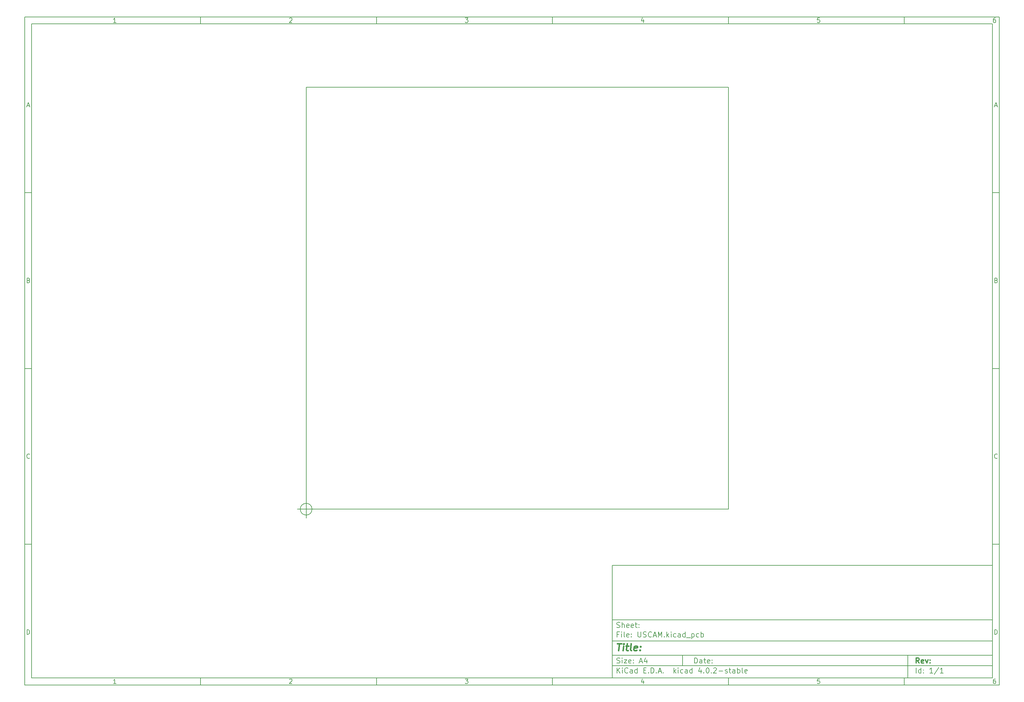
<source format=gm1>
G04 #@! TF.FileFunction,Profile,NP*
%FSLAX46Y46*%
G04 Gerber Fmt 4.6, Leading zero omitted, Abs format (unit mm)*
G04 Created by KiCad (PCBNEW 4.0.2-stable) date 7/30/2016 9:27:16 AM*
%MOMM*%
G01*
G04 APERTURE LIST*
%ADD10C,0.020000*%
%ADD11C,0.150000*%
%ADD12C,0.300000*%
%ADD13C,0.400000*%
G04 APERTURE END LIST*
D10*
D11*
X177002200Y-166007200D02*
X177002200Y-198007200D01*
X285002200Y-198007200D01*
X285002200Y-166007200D01*
X177002200Y-166007200D01*
D10*
D11*
X10000000Y-10000000D02*
X10000000Y-200007200D01*
X287002200Y-200007200D01*
X287002200Y-10000000D01*
X10000000Y-10000000D01*
D10*
D11*
X12000000Y-12000000D02*
X12000000Y-198007200D01*
X285002200Y-198007200D01*
X285002200Y-12000000D01*
X12000000Y-12000000D01*
D10*
D11*
X60000000Y-12000000D02*
X60000000Y-10000000D01*
D10*
D11*
X110000000Y-12000000D02*
X110000000Y-10000000D01*
D10*
D11*
X160000000Y-12000000D02*
X160000000Y-10000000D01*
D10*
D11*
X210000000Y-12000000D02*
X210000000Y-10000000D01*
D10*
D11*
X260000000Y-12000000D02*
X260000000Y-10000000D01*
D10*
D11*
X35990476Y-11588095D02*
X35247619Y-11588095D01*
X35619048Y-11588095D02*
X35619048Y-10288095D01*
X35495238Y-10473810D01*
X35371429Y-10597619D01*
X35247619Y-10659524D01*
D10*
D11*
X85247619Y-10411905D02*
X85309524Y-10350000D01*
X85433333Y-10288095D01*
X85742857Y-10288095D01*
X85866667Y-10350000D01*
X85928571Y-10411905D01*
X85990476Y-10535714D01*
X85990476Y-10659524D01*
X85928571Y-10845238D01*
X85185714Y-11588095D01*
X85990476Y-11588095D01*
D10*
D11*
X135185714Y-10288095D02*
X135990476Y-10288095D01*
X135557143Y-10783333D01*
X135742857Y-10783333D01*
X135866667Y-10845238D01*
X135928571Y-10907143D01*
X135990476Y-11030952D01*
X135990476Y-11340476D01*
X135928571Y-11464286D01*
X135866667Y-11526190D01*
X135742857Y-11588095D01*
X135371429Y-11588095D01*
X135247619Y-11526190D01*
X135185714Y-11464286D01*
D10*
D11*
X185866667Y-10721429D02*
X185866667Y-11588095D01*
X185557143Y-10226190D02*
X185247619Y-11154762D01*
X186052381Y-11154762D01*
D10*
D11*
X235928571Y-10288095D02*
X235309524Y-10288095D01*
X235247619Y-10907143D01*
X235309524Y-10845238D01*
X235433333Y-10783333D01*
X235742857Y-10783333D01*
X235866667Y-10845238D01*
X235928571Y-10907143D01*
X235990476Y-11030952D01*
X235990476Y-11340476D01*
X235928571Y-11464286D01*
X235866667Y-11526190D01*
X235742857Y-11588095D01*
X235433333Y-11588095D01*
X235309524Y-11526190D01*
X235247619Y-11464286D01*
D10*
D11*
X285866667Y-10288095D02*
X285619048Y-10288095D01*
X285495238Y-10350000D01*
X285433333Y-10411905D01*
X285309524Y-10597619D01*
X285247619Y-10845238D01*
X285247619Y-11340476D01*
X285309524Y-11464286D01*
X285371429Y-11526190D01*
X285495238Y-11588095D01*
X285742857Y-11588095D01*
X285866667Y-11526190D01*
X285928571Y-11464286D01*
X285990476Y-11340476D01*
X285990476Y-11030952D01*
X285928571Y-10907143D01*
X285866667Y-10845238D01*
X285742857Y-10783333D01*
X285495238Y-10783333D01*
X285371429Y-10845238D01*
X285309524Y-10907143D01*
X285247619Y-11030952D01*
D10*
D11*
X60000000Y-198007200D02*
X60000000Y-200007200D01*
D10*
D11*
X110000000Y-198007200D02*
X110000000Y-200007200D01*
D10*
D11*
X160000000Y-198007200D02*
X160000000Y-200007200D01*
D10*
D11*
X210000000Y-198007200D02*
X210000000Y-200007200D01*
D10*
D11*
X260000000Y-198007200D02*
X260000000Y-200007200D01*
D10*
D11*
X35990476Y-199595295D02*
X35247619Y-199595295D01*
X35619048Y-199595295D02*
X35619048Y-198295295D01*
X35495238Y-198481010D01*
X35371429Y-198604819D01*
X35247619Y-198666724D01*
D10*
D11*
X85247619Y-198419105D02*
X85309524Y-198357200D01*
X85433333Y-198295295D01*
X85742857Y-198295295D01*
X85866667Y-198357200D01*
X85928571Y-198419105D01*
X85990476Y-198542914D01*
X85990476Y-198666724D01*
X85928571Y-198852438D01*
X85185714Y-199595295D01*
X85990476Y-199595295D01*
D10*
D11*
X135185714Y-198295295D02*
X135990476Y-198295295D01*
X135557143Y-198790533D01*
X135742857Y-198790533D01*
X135866667Y-198852438D01*
X135928571Y-198914343D01*
X135990476Y-199038152D01*
X135990476Y-199347676D01*
X135928571Y-199471486D01*
X135866667Y-199533390D01*
X135742857Y-199595295D01*
X135371429Y-199595295D01*
X135247619Y-199533390D01*
X135185714Y-199471486D01*
D10*
D11*
X185866667Y-198728629D02*
X185866667Y-199595295D01*
X185557143Y-198233390D02*
X185247619Y-199161962D01*
X186052381Y-199161962D01*
D10*
D11*
X235928571Y-198295295D02*
X235309524Y-198295295D01*
X235247619Y-198914343D01*
X235309524Y-198852438D01*
X235433333Y-198790533D01*
X235742857Y-198790533D01*
X235866667Y-198852438D01*
X235928571Y-198914343D01*
X235990476Y-199038152D01*
X235990476Y-199347676D01*
X235928571Y-199471486D01*
X235866667Y-199533390D01*
X235742857Y-199595295D01*
X235433333Y-199595295D01*
X235309524Y-199533390D01*
X235247619Y-199471486D01*
D10*
D11*
X285866667Y-198295295D02*
X285619048Y-198295295D01*
X285495238Y-198357200D01*
X285433333Y-198419105D01*
X285309524Y-198604819D01*
X285247619Y-198852438D01*
X285247619Y-199347676D01*
X285309524Y-199471486D01*
X285371429Y-199533390D01*
X285495238Y-199595295D01*
X285742857Y-199595295D01*
X285866667Y-199533390D01*
X285928571Y-199471486D01*
X285990476Y-199347676D01*
X285990476Y-199038152D01*
X285928571Y-198914343D01*
X285866667Y-198852438D01*
X285742857Y-198790533D01*
X285495238Y-198790533D01*
X285371429Y-198852438D01*
X285309524Y-198914343D01*
X285247619Y-199038152D01*
D10*
D11*
X10000000Y-60000000D02*
X12000000Y-60000000D01*
D10*
D11*
X10000000Y-110000000D02*
X12000000Y-110000000D01*
D10*
D11*
X10000000Y-160000000D02*
X12000000Y-160000000D01*
D10*
D11*
X10690476Y-35216667D02*
X11309524Y-35216667D01*
X10566667Y-35588095D02*
X11000000Y-34288095D01*
X11433333Y-35588095D01*
D10*
D11*
X11092857Y-84907143D02*
X11278571Y-84969048D01*
X11340476Y-85030952D01*
X11402381Y-85154762D01*
X11402381Y-85340476D01*
X11340476Y-85464286D01*
X11278571Y-85526190D01*
X11154762Y-85588095D01*
X10659524Y-85588095D01*
X10659524Y-84288095D01*
X11092857Y-84288095D01*
X11216667Y-84350000D01*
X11278571Y-84411905D01*
X11340476Y-84535714D01*
X11340476Y-84659524D01*
X11278571Y-84783333D01*
X11216667Y-84845238D01*
X11092857Y-84907143D01*
X10659524Y-84907143D01*
D10*
D11*
X11402381Y-135464286D02*
X11340476Y-135526190D01*
X11154762Y-135588095D01*
X11030952Y-135588095D01*
X10845238Y-135526190D01*
X10721429Y-135402381D01*
X10659524Y-135278571D01*
X10597619Y-135030952D01*
X10597619Y-134845238D01*
X10659524Y-134597619D01*
X10721429Y-134473810D01*
X10845238Y-134350000D01*
X11030952Y-134288095D01*
X11154762Y-134288095D01*
X11340476Y-134350000D01*
X11402381Y-134411905D01*
D10*
D11*
X10659524Y-185588095D02*
X10659524Y-184288095D01*
X10969048Y-184288095D01*
X11154762Y-184350000D01*
X11278571Y-184473810D01*
X11340476Y-184597619D01*
X11402381Y-184845238D01*
X11402381Y-185030952D01*
X11340476Y-185278571D01*
X11278571Y-185402381D01*
X11154762Y-185526190D01*
X10969048Y-185588095D01*
X10659524Y-185588095D01*
D10*
D11*
X287002200Y-60000000D02*
X285002200Y-60000000D01*
D10*
D11*
X287002200Y-110000000D02*
X285002200Y-110000000D01*
D10*
D11*
X287002200Y-160000000D02*
X285002200Y-160000000D01*
D10*
D11*
X285692676Y-35216667D02*
X286311724Y-35216667D01*
X285568867Y-35588095D02*
X286002200Y-34288095D01*
X286435533Y-35588095D01*
D10*
D11*
X286095057Y-84907143D02*
X286280771Y-84969048D01*
X286342676Y-85030952D01*
X286404581Y-85154762D01*
X286404581Y-85340476D01*
X286342676Y-85464286D01*
X286280771Y-85526190D01*
X286156962Y-85588095D01*
X285661724Y-85588095D01*
X285661724Y-84288095D01*
X286095057Y-84288095D01*
X286218867Y-84350000D01*
X286280771Y-84411905D01*
X286342676Y-84535714D01*
X286342676Y-84659524D01*
X286280771Y-84783333D01*
X286218867Y-84845238D01*
X286095057Y-84907143D01*
X285661724Y-84907143D01*
D10*
D11*
X286404581Y-135464286D02*
X286342676Y-135526190D01*
X286156962Y-135588095D01*
X286033152Y-135588095D01*
X285847438Y-135526190D01*
X285723629Y-135402381D01*
X285661724Y-135278571D01*
X285599819Y-135030952D01*
X285599819Y-134845238D01*
X285661724Y-134597619D01*
X285723629Y-134473810D01*
X285847438Y-134350000D01*
X286033152Y-134288095D01*
X286156962Y-134288095D01*
X286342676Y-134350000D01*
X286404581Y-134411905D01*
D10*
D11*
X285661724Y-185588095D02*
X285661724Y-184288095D01*
X285971248Y-184288095D01*
X286156962Y-184350000D01*
X286280771Y-184473810D01*
X286342676Y-184597619D01*
X286404581Y-184845238D01*
X286404581Y-185030952D01*
X286342676Y-185278571D01*
X286280771Y-185402381D01*
X286156962Y-185526190D01*
X285971248Y-185588095D01*
X285661724Y-185588095D01*
D10*
D11*
X200359343Y-193785771D02*
X200359343Y-192285771D01*
X200716486Y-192285771D01*
X200930771Y-192357200D01*
X201073629Y-192500057D01*
X201145057Y-192642914D01*
X201216486Y-192928629D01*
X201216486Y-193142914D01*
X201145057Y-193428629D01*
X201073629Y-193571486D01*
X200930771Y-193714343D01*
X200716486Y-193785771D01*
X200359343Y-193785771D01*
X202502200Y-193785771D02*
X202502200Y-193000057D01*
X202430771Y-192857200D01*
X202287914Y-192785771D01*
X202002200Y-192785771D01*
X201859343Y-192857200D01*
X202502200Y-193714343D02*
X202359343Y-193785771D01*
X202002200Y-193785771D01*
X201859343Y-193714343D01*
X201787914Y-193571486D01*
X201787914Y-193428629D01*
X201859343Y-193285771D01*
X202002200Y-193214343D01*
X202359343Y-193214343D01*
X202502200Y-193142914D01*
X203002200Y-192785771D02*
X203573629Y-192785771D01*
X203216486Y-192285771D02*
X203216486Y-193571486D01*
X203287914Y-193714343D01*
X203430772Y-193785771D01*
X203573629Y-193785771D01*
X204645057Y-193714343D02*
X204502200Y-193785771D01*
X204216486Y-193785771D01*
X204073629Y-193714343D01*
X204002200Y-193571486D01*
X204002200Y-193000057D01*
X204073629Y-192857200D01*
X204216486Y-192785771D01*
X204502200Y-192785771D01*
X204645057Y-192857200D01*
X204716486Y-193000057D01*
X204716486Y-193142914D01*
X204002200Y-193285771D01*
X205359343Y-193642914D02*
X205430771Y-193714343D01*
X205359343Y-193785771D01*
X205287914Y-193714343D01*
X205359343Y-193642914D01*
X205359343Y-193785771D01*
X205359343Y-192857200D02*
X205430771Y-192928629D01*
X205359343Y-193000057D01*
X205287914Y-192928629D01*
X205359343Y-192857200D01*
X205359343Y-193000057D01*
D10*
D11*
X177002200Y-194507200D02*
X285002200Y-194507200D01*
D10*
D11*
X178359343Y-196585771D02*
X178359343Y-195085771D01*
X179216486Y-196585771D02*
X178573629Y-195728629D01*
X179216486Y-195085771D02*
X178359343Y-195942914D01*
X179859343Y-196585771D02*
X179859343Y-195585771D01*
X179859343Y-195085771D02*
X179787914Y-195157200D01*
X179859343Y-195228629D01*
X179930771Y-195157200D01*
X179859343Y-195085771D01*
X179859343Y-195228629D01*
X181430772Y-196442914D02*
X181359343Y-196514343D01*
X181145057Y-196585771D01*
X181002200Y-196585771D01*
X180787915Y-196514343D01*
X180645057Y-196371486D01*
X180573629Y-196228629D01*
X180502200Y-195942914D01*
X180502200Y-195728629D01*
X180573629Y-195442914D01*
X180645057Y-195300057D01*
X180787915Y-195157200D01*
X181002200Y-195085771D01*
X181145057Y-195085771D01*
X181359343Y-195157200D01*
X181430772Y-195228629D01*
X182716486Y-196585771D02*
X182716486Y-195800057D01*
X182645057Y-195657200D01*
X182502200Y-195585771D01*
X182216486Y-195585771D01*
X182073629Y-195657200D01*
X182716486Y-196514343D02*
X182573629Y-196585771D01*
X182216486Y-196585771D01*
X182073629Y-196514343D01*
X182002200Y-196371486D01*
X182002200Y-196228629D01*
X182073629Y-196085771D01*
X182216486Y-196014343D01*
X182573629Y-196014343D01*
X182716486Y-195942914D01*
X184073629Y-196585771D02*
X184073629Y-195085771D01*
X184073629Y-196514343D02*
X183930772Y-196585771D01*
X183645058Y-196585771D01*
X183502200Y-196514343D01*
X183430772Y-196442914D01*
X183359343Y-196300057D01*
X183359343Y-195871486D01*
X183430772Y-195728629D01*
X183502200Y-195657200D01*
X183645058Y-195585771D01*
X183930772Y-195585771D01*
X184073629Y-195657200D01*
X185930772Y-195800057D02*
X186430772Y-195800057D01*
X186645058Y-196585771D02*
X185930772Y-196585771D01*
X185930772Y-195085771D01*
X186645058Y-195085771D01*
X187287915Y-196442914D02*
X187359343Y-196514343D01*
X187287915Y-196585771D01*
X187216486Y-196514343D01*
X187287915Y-196442914D01*
X187287915Y-196585771D01*
X188002201Y-196585771D02*
X188002201Y-195085771D01*
X188359344Y-195085771D01*
X188573629Y-195157200D01*
X188716487Y-195300057D01*
X188787915Y-195442914D01*
X188859344Y-195728629D01*
X188859344Y-195942914D01*
X188787915Y-196228629D01*
X188716487Y-196371486D01*
X188573629Y-196514343D01*
X188359344Y-196585771D01*
X188002201Y-196585771D01*
X189502201Y-196442914D02*
X189573629Y-196514343D01*
X189502201Y-196585771D01*
X189430772Y-196514343D01*
X189502201Y-196442914D01*
X189502201Y-196585771D01*
X190145058Y-196157200D02*
X190859344Y-196157200D01*
X190002201Y-196585771D02*
X190502201Y-195085771D01*
X191002201Y-196585771D01*
X191502201Y-196442914D02*
X191573629Y-196514343D01*
X191502201Y-196585771D01*
X191430772Y-196514343D01*
X191502201Y-196442914D01*
X191502201Y-196585771D01*
X194502201Y-196585771D02*
X194502201Y-195085771D01*
X194645058Y-196014343D02*
X195073629Y-196585771D01*
X195073629Y-195585771D02*
X194502201Y-196157200D01*
X195716487Y-196585771D02*
X195716487Y-195585771D01*
X195716487Y-195085771D02*
X195645058Y-195157200D01*
X195716487Y-195228629D01*
X195787915Y-195157200D01*
X195716487Y-195085771D01*
X195716487Y-195228629D01*
X197073630Y-196514343D02*
X196930773Y-196585771D01*
X196645059Y-196585771D01*
X196502201Y-196514343D01*
X196430773Y-196442914D01*
X196359344Y-196300057D01*
X196359344Y-195871486D01*
X196430773Y-195728629D01*
X196502201Y-195657200D01*
X196645059Y-195585771D01*
X196930773Y-195585771D01*
X197073630Y-195657200D01*
X198359344Y-196585771D02*
X198359344Y-195800057D01*
X198287915Y-195657200D01*
X198145058Y-195585771D01*
X197859344Y-195585771D01*
X197716487Y-195657200D01*
X198359344Y-196514343D02*
X198216487Y-196585771D01*
X197859344Y-196585771D01*
X197716487Y-196514343D01*
X197645058Y-196371486D01*
X197645058Y-196228629D01*
X197716487Y-196085771D01*
X197859344Y-196014343D01*
X198216487Y-196014343D01*
X198359344Y-195942914D01*
X199716487Y-196585771D02*
X199716487Y-195085771D01*
X199716487Y-196514343D02*
X199573630Y-196585771D01*
X199287916Y-196585771D01*
X199145058Y-196514343D01*
X199073630Y-196442914D01*
X199002201Y-196300057D01*
X199002201Y-195871486D01*
X199073630Y-195728629D01*
X199145058Y-195657200D01*
X199287916Y-195585771D01*
X199573630Y-195585771D01*
X199716487Y-195657200D01*
X202216487Y-195585771D02*
X202216487Y-196585771D01*
X201859344Y-195014343D02*
X201502201Y-196085771D01*
X202430773Y-196085771D01*
X203002201Y-196442914D02*
X203073629Y-196514343D01*
X203002201Y-196585771D01*
X202930772Y-196514343D01*
X203002201Y-196442914D01*
X203002201Y-196585771D01*
X204002201Y-195085771D02*
X204145058Y-195085771D01*
X204287915Y-195157200D01*
X204359344Y-195228629D01*
X204430773Y-195371486D01*
X204502201Y-195657200D01*
X204502201Y-196014343D01*
X204430773Y-196300057D01*
X204359344Y-196442914D01*
X204287915Y-196514343D01*
X204145058Y-196585771D01*
X204002201Y-196585771D01*
X203859344Y-196514343D01*
X203787915Y-196442914D01*
X203716487Y-196300057D01*
X203645058Y-196014343D01*
X203645058Y-195657200D01*
X203716487Y-195371486D01*
X203787915Y-195228629D01*
X203859344Y-195157200D01*
X204002201Y-195085771D01*
X205145058Y-196442914D02*
X205216486Y-196514343D01*
X205145058Y-196585771D01*
X205073629Y-196514343D01*
X205145058Y-196442914D01*
X205145058Y-196585771D01*
X205787915Y-195228629D02*
X205859344Y-195157200D01*
X206002201Y-195085771D01*
X206359344Y-195085771D01*
X206502201Y-195157200D01*
X206573630Y-195228629D01*
X206645058Y-195371486D01*
X206645058Y-195514343D01*
X206573630Y-195728629D01*
X205716487Y-196585771D01*
X206645058Y-196585771D01*
X207287915Y-196014343D02*
X208430772Y-196014343D01*
X209073629Y-196514343D02*
X209216486Y-196585771D01*
X209502201Y-196585771D01*
X209645058Y-196514343D01*
X209716486Y-196371486D01*
X209716486Y-196300057D01*
X209645058Y-196157200D01*
X209502201Y-196085771D01*
X209287915Y-196085771D01*
X209145058Y-196014343D01*
X209073629Y-195871486D01*
X209073629Y-195800057D01*
X209145058Y-195657200D01*
X209287915Y-195585771D01*
X209502201Y-195585771D01*
X209645058Y-195657200D01*
X210145058Y-195585771D02*
X210716487Y-195585771D01*
X210359344Y-195085771D02*
X210359344Y-196371486D01*
X210430772Y-196514343D01*
X210573630Y-196585771D01*
X210716487Y-196585771D01*
X211859344Y-196585771D02*
X211859344Y-195800057D01*
X211787915Y-195657200D01*
X211645058Y-195585771D01*
X211359344Y-195585771D01*
X211216487Y-195657200D01*
X211859344Y-196514343D02*
X211716487Y-196585771D01*
X211359344Y-196585771D01*
X211216487Y-196514343D01*
X211145058Y-196371486D01*
X211145058Y-196228629D01*
X211216487Y-196085771D01*
X211359344Y-196014343D01*
X211716487Y-196014343D01*
X211859344Y-195942914D01*
X212573630Y-196585771D02*
X212573630Y-195085771D01*
X212573630Y-195657200D02*
X212716487Y-195585771D01*
X213002201Y-195585771D01*
X213145058Y-195657200D01*
X213216487Y-195728629D01*
X213287916Y-195871486D01*
X213287916Y-196300057D01*
X213216487Y-196442914D01*
X213145058Y-196514343D01*
X213002201Y-196585771D01*
X212716487Y-196585771D01*
X212573630Y-196514343D01*
X214145059Y-196585771D02*
X214002201Y-196514343D01*
X213930773Y-196371486D01*
X213930773Y-195085771D01*
X215287915Y-196514343D02*
X215145058Y-196585771D01*
X214859344Y-196585771D01*
X214716487Y-196514343D01*
X214645058Y-196371486D01*
X214645058Y-195800057D01*
X214716487Y-195657200D01*
X214859344Y-195585771D01*
X215145058Y-195585771D01*
X215287915Y-195657200D01*
X215359344Y-195800057D01*
X215359344Y-195942914D01*
X214645058Y-196085771D01*
D10*
D11*
X177002200Y-191507200D02*
X285002200Y-191507200D01*
D10*
D12*
X264216486Y-193785771D02*
X263716486Y-193071486D01*
X263359343Y-193785771D02*
X263359343Y-192285771D01*
X263930771Y-192285771D01*
X264073629Y-192357200D01*
X264145057Y-192428629D01*
X264216486Y-192571486D01*
X264216486Y-192785771D01*
X264145057Y-192928629D01*
X264073629Y-193000057D01*
X263930771Y-193071486D01*
X263359343Y-193071486D01*
X265430771Y-193714343D02*
X265287914Y-193785771D01*
X265002200Y-193785771D01*
X264859343Y-193714343D01*
X264787914Y-193571486D01*
X264787914Y-193000057D01*
X264859343Y-192857200D01*
X265002200Y-192785771D01*
X265287914Y-192785771D01*
X265430771Y-192857200D01*
X265502200Y-193000057D01*
X265502200Y-193142914D01*
X264787914Y-193285771D01*
X266002200Y-192785771D02*
X266359343Y-193785771D01*
X266716485Y-192785771D01*
X267287914Y-193642914D02*
X267359342Y-193714343D01*
X267287914Y-193785771D01*
X267216485Y-193714343D01*
X267287914Y-193642914D01*
X267287914Y-193785771D01*
X267287914Y-192857200D02*
X267359342Y-192928629D01*
X267287914Y-193000057D01*
X267216485Y-192928629D01*
X267287914Y-192857200D01*
X267287914Y-193000057D01*
D10*
D11*
X178287914Y-193714343D02*
X178502200Y-193785771D01*
X178859343Y-193785771D01*
X179002200Y-193714343D01*
X179073629Y-193642914D01*
X179145057Y-193500057D01*
X179145057Y-193357200D01*
X179073629Y-193214343D01*
X179002200Y-193142914D01*
X178859343Y-193071486D01*
X178573629Y-193000057D01*
X178430771Y-192928629D01*
X178359343Y-192857200D01*
X178287914Y-192714343D01*
X178287914Y-192571486D01*
X178359343Y-192428629D01*
X178430771Y-192357200D01*
X178573629Y-192285771D01*
X178930771Y-192285771D01*
X179145057Y-192357200D01*
X179787914Y-193785771D02*
X179787914Y-192785771D01*
X179787914Y-192285771D02*
X179716485Y-192357200D01*
X179787914Y-192428629D01*
X179859342Y-192357200D01*
X179787914Y-192285771D01*
X179787914Y-192428629D01*
X180359343Y-192785771D02*
X181145057Y-192785771D01*
X180359343Y-193785771D01*
X181145057Y-193785771D01*
X182287914Y-193714343D02*
X182145057Y-193785771D01*
X181859343Y-193785771D01*
X181716486Y-193714343D01*
X181645057Y-193571486D01*
X181645057Y-193000057D01*
X181716486Y-192857200D01*
X181859343Y-192785771D01*
X182145057Y-192785771D01*
X182287914Y-192857200D01*
X182359343Y-193000057D01*
X182359343Y-193142914D01*
X181645057Y-193285771D01*
X183002200Y-193642914D02*
X183073628Y-193714343D01*
X183002200Y-193785771D01*
X182930771Y-193714343D01*
X183002200Y-193642914D01*
X183002200Y-193785771D01*
X183002200Y-192857200D02*
X183073628Y-192928629D01*
X183002200Y-193000057D01*
X182930771Y-192928629D01*
X183002200Y-192857200D01*
X183002200Y-193000057D01*
X184787914Y-193357200D02*
X185502200Y-193357200D01*
X184645057Y-193785771D02*
X185145057Y-192285771D01*
X185645057Y-193785771D01*
X186787914Y-192785771D02*
X186787914Y-193785771D01*
X186430771Y-192214343D02*
X186073628Y-193285771D01*
X187002200Y-193285771D01*
D10*
D11*
X263359343Y-196585771D02*
X263359343Y-195085771D01*
X264716486Y-196585771D02*
X264716486Y-195085771D01*
X264716486Y-196514343D02*
X264573629Y-196585771D01*
X264287915Y-196585771D01*
X264145057Y-196514343D01*
X264073629Y-196442914D01*
X264002200Y-196300057D01*
X264002200Y-195871486D01*
X264073629Y-195728629D01*
X264145057Y-195657200D01*
X264287915Y-195585771D01*
X264573629Y-195585771D01*
X264716486Y-195657200D01*
X265430772Y-196442914D02*
X265502200Y-196514343D01*
X265430772Y-196585771D01*
X265359343Y-196514343D01*
X265430772Y-196442914D01*
X265430772Y-196585771D01*
X265430772Y-195657200D02*
X265502200Y-195728629D01*
X265430772Y-195800057D01*
X265359343Y-195728629D01*
X265430772Y-195657200D01*
X265430772Y-195800057D01*
X268073629Y-196585771D02*
X267216486Y-196585771D01*
X267645058Y-196585771D02*
X267645058Y-195085771D01*
X267502201Y-195300057D01*
X267359343Y-195442914D01*
X267216486Y-195514343D01*
X269787914Y-195014343D02*
X268502200Y-196942914D01*
X271073629Y-196585771D02*
X270216486Y-196585771D01*
X270645058Y-196585771D02*
X270645058Y-195085771D01*
X270502201Y-195300057D01*
X270359343Y-195442914D01*
X270216486Y-195514343D01*
D10*
D11*
X177002200Y-187507200D02*
X285002200Y-187507200D01*
D10*
D13*
X178454581Y-188211962D02*
X179597438Y-188211962D01*
X178776010Y-190211962D02*
X179026010Y-188211962D01*
X180014105Y-190211962D02*
X180180771Y-188878629D01*
X180264105Y-188211962D02*
X180156962Y-188307200D01*
X180240295Y-188402438D01*
X180347439Y-188307200D01*
X180264105Y-188211962D01*
X180240295Y-188402438D01*
X180847438Y-188878629D02*
X181609343Y-188878629D01*
X181216486Y-188211962D02*
X181002200Y-189926248D01*
X181073630Y-190116724D01*
X181252201Y-190211962D01*
X181442677Y-190211962D01*
X182395058Y-190211962D02*
X182216487Y-190116724D01*
X182145057Y-189926248D01*
X182359343Y-188211962D01*
X183930772Y-190116724D02*
X183728391Y-190211962D01*
X183347439Y-190211962D01*
X183168867Y-190116724D01*
X183097438Y-189926248D01*
X183192676Y-189164343D01*
X183311724Y-188973867D01*
X183514105Y-188878629D01*
X183895057Y-188878629D01*
X184073629Y-188973867D01*
X184145057Y-189164343D01*
X184121248Y-189354819D01*
X183145057Y-189545295D01*
X184895057Y-190021486D02*
X184978392Y-190116724D01*
X184871248Y-190211962D01*
X184787915Y-190116724D01*
X184895057Y-190021486D01*
X184871248Y-190211962D01*
X185026010Y-188973867D02*
X185109344Y-189069105D01*
X185002200Y-189164343D01*
X184918867Y-189069105D01*
X185026010Y-188973867D01*
X185002200Y-189164343D01*
D10*
D11*
X178859343Y-185600057D02*
X178359343Y-185600057D01*
X178359343Y-186385771D02*
X178359343Y-184885771D01*
X179073629Y-184885771D01*
X179645057Y-186385771D02*
X179645057Y-185385771D01*
X179645057Y-184885771D02*
X179573628Y-184957200D01*
X179645057Y-185028629D01*
X179716485Y-184957200D01*
X179645057Y-184885771D01*
X179645057Y-185028629D01*
X180573629Y-186385771D02*
X180430771Y-186314343D01*
X180359343Y-186171486D01*
X180359343Y-184885771D01*
X181716485Y-186314343D02*
X181573628Y-186385771D01*
X181287914Y-186385771D01*
X181145057Y-186314343D01*
X181073628Y-186171486D01*
X181073628Y-185600057D01*
X181145057Y-185457200D01*
X181287914Y-185385771D01*
X181573628Y-185385771D01*
X181716485Y-185457200D01*
X181787914Y-185600057D01*
X181787914Y-185742914D01*
X181073628Y-185885771D01*
X182430771Y-186242914D02*
X182502199Y-186314343D01*
X182430771Y-186385771D01*
X182359342Y-186314343D01*
X182430771Y-186242914D01*
X182430771Y-186385771D01*
X182430771Y-185457200D02*
X182502199Y-185528629D01*
X182430771Y-185600057D01*
X182359342Y-185528629D01*
X182430771Y-185457200D01*
X182430771Y-185600057D01*
X184287914Y-184885771D02*
X184287914Y-186100057D01*
X184359342Y-186242914D01*
X184430771Y-186314343D01*
X184573628Y-186385771D01*
X184859342Y-186385771D01*
X185002200Y-186314343D01*
X185073628Y-186242914D01*
X185145057Y-186100057D01*
X185145057Y-184885771D01*
X185787914Y-186314343D02*
X186002200Y-186385771D01*
X186359343Y-186385771D01*
X186502200Y-186314343D01*
X186573629Y-186242914D01*
X186645057Y-186100057D01*
X186645057Y-185957200D01*
X186573629Y-185814343D01*
X186502200Y-185742914D01*
X186359343Y-185671486D01*
X186073629Y-185600057D01*
X185930771Y-185528629D01*
X185859343Y-185457200D01*
X185787914Y-185314343D01*
X185787914Y-185171486D01*
X185859343Y-185028629D01*
X185930771Y-184957200D01*
X186073629Y-184885771D01*
X186430771Y-184885771D01*
X186645057Y-184957200D01*
X188145057Y-186242914D02*
X188073628Y-186314343D01*
X187859342Y-186385771D01*
X187716485Y-186385771D01*
X187502200Y-186314343D01*
X187359342Y-186171486D01*
X187287914Y-186028629D01*
X187216485Y-185742914D01*
X187216485Y-185528629D01*
X187287914Y-185242914D01*
X187359342Y-185100057D01*
X187502200Y-184957200D01*
X187716485Y-184885771D01*
X187859342Y-184885771D01*
X188073628Y-184957200D01*
X188145057Y-185028629D01*
X188716485Y-185957200D02*
X189430771Y-185957200D01*
X188573628Y-186385771D02*
X189073628Y-184885771D01*
X189573628Y-186385771D01*
X190073628Y-186385771D02*
X190073628Y-184885771D01*
X190573628Y-185957200D01*
X191073628Y-184885771D01*
X191073628Y-186385771D01*
X191787914Y-186242914D02*
X191859342Y-186314343D01*
X191787914Y-186385771D01*
X191716485Y-186314343D01*
X191787914Y-186242914D01*
X191787914Y-186385771D01*
X192502200Y-186385771D02*
X192502200Y-184885771D01*
X192645057Y-185814343D02*
X193073628Y-186385771D01*
X193073628Y-185385771D02*
X192502200Y-185957200D01*
X193716486Y-186385771D02*
X193716486Y-185385771D01*
X193716486Y-184885771D02*
X193645057Y-184957200D01*
X193716486Y-185028629D01*
X193787914Y-184957200D01*
X193716486Y-184885771D01*
X193716486Y-185028629D01*
X195073629Y-186314343D02*
X194930772Y-186385771D01*
X194645058Y-186385771D01*
X194502200Y-186314343D01*
X194430772Y-186242914D01*
X194359343Y-186100057D01*
X194359343Y-185671486D01*
X194430772Y-185528629D01*
X194502200Y-185457200D01*
X194645058Y-185385771D01*
X194930772Y-185385771D01*
X195073629Y-185457200D01*
X196359343Y-186385771D02*
X196359343Y-185600057D01*
X196287914Y-185457200D01*
X196145057Y-185385771D01*
X195859343Y-185385771D01*
X195716486Y-185457200D01*
X196359343Y-186314343D02*
X196216486Y-186385771D01*
X195859343Y-186385771D01*
X195716486Y-186314343D01*
X195645057Y-186171486D01*
X195645057Y-186028629D01*
X195716486Y-185885771D01*
X195859343Y-185814343D01*
X196216486Y-185814343D01*
X196359343Y-185742914D01*
X197716486Y-186385771D02*
X197716486Y-184885771D01*
X197716486Y-186314343D02*
X197573629Y-186385771D01*
X197287915Y-186385771D01*
X197145057Y-186314343D01*
X197073629Y-186242914D01*
X197002200Y-186100057D01*
X197002200Y-185671486D01*
X197073629Y-185528629D01*
X197145057Y-185457200D01*
X197287915Y-185385771D01*
X197573629Y-185385771D01*
X197716486Y-185457200D01*
X198073629Y-186528629D02*
X199216486Y-186528629D01*
X199573629Y-185385771D02*
X199573629Y-186885771D01*
X199573629Y-185457200D02*
X199716486Y-185385771D01*
X200002200Y-185385771D01*
X200145057Y-185457200D01*
X200216486Y-185528629D01*
X200287915Y-185671486D01*
X200287915Y-186100057D01*
X200216486Y-186242914D01*
X200145057Y-186314343D01*
X200002200Y-186385771D01*
X199716486Y-186385771D01*
X199573629Y-186314343D01*
X201573629Y-186314343D02*
X201430772Y-186385771D01*
X201145058Y-186385771D01*
X201002200Y-186314343D01*
X200930772Y-186242914D01*
X200859343Y-186100057D01*
X200859343Y-185671486D01*
X200930772Y-185528629D01*
X201002200Y-185457200D01*
X201145058Y-185385771D01*
X201430772Y-185385771D01*
X201573629Y-185457200D01*
X202216486Y-186385771D02*
X202216486Y-184885771D01*
X202216486Y-185457200D02*
X202359343Y-185385771D01*
X202645057Y-185385771D01*
X202787914Y-185457200D01*
X202859343Y-185528629D01*
X202930772Y-185671486D01*
X202930772Y-186100057D01*
X202859343Y-186242914D01*
X202787914Y-186314343D01*
X202645057Y-186385771D01*
X202359343Y-186385771D01*
X202216486Y-186314343D01*
D10*
D11*
X177002200Y-181507200D02*
X285002200Y-181507200D01*
D10*
D11*
X178287914Y-183614343D02*
X178502200Y-183685771D01*
X178859343Y-183685771D01*
X179002200Y-183614343D01*
X179073629Y-183542914D01*
X179145057Y-183400057D01*
X179145057Y-183257200D01*
X179073629Y-183114343D01*
X179002200Y-183042914D01*
X178859343Y-182971486D01*
X178573629Y-182900057D01*
X178430771Y-182828629D01*
X178359343Y-182757200D01*
X178287914Y-182614343D01*
X178287914Y-182471486D01*
X178359343Y-182328629D01*
X178430771Y-182257200D01*
X178573629Y-182185771D01*
X178930771Y-182185771D01*
X179145057Y-182257200D01*
X179787914Y-183685771D02*
X179787914Y-182185771D01*
X180430771Y-183685771D02*
X180430771Y-182900057D01*
X180359342Y-182757200D01*
X180216485Y-182685771D01*
X180002200Y-182685771D01*
X179859342Y-182757200D01*
X179787914Y-182828629D01*
X181716485Y-183614343D02*
X181573628Y-183685771D01*
X181287914Y-183685771D01*
X181145057Y-183614343D01*
X181073628Y-183471486D01*
X181073628Y-182900057D01*
X181145057Y-182757200D01*
X181287914Y-182685771D01*
X181573628Y-182685771D01*
X181716485Y-182757200D01*
X181787914Y-182900057D01*
X181787914Y-183042914D01*
X181073628Y-183185771D01*
X183002199Y-183614343D02*
X182859342Y-183685771D01*
X182573628Y-183685771D01*
X182430771Y-183614343D01*
X182359342Y-183471486D01*
X182359342Y-182900057D01*
X182430771Y-182757200D01*
X182573628Y-182685771D01*
X182859342Y-182685771D01*
X183002199Y-182757200D01*
X183073628Y-182900057D01*
X183073628Y-183042914D01*
X182359342Y-183185771D01*
X183502199Y-182685771D02*
X184073628Y-182685771D01*
X183716485Y-182185771D02*
X183716485Y-183471486D01*
X183787913Y-183614343D01*
X183930771Y-183685771D01*
X184073628Y-183685771D01*
X184573628Y-183542914D02*
X184645056Y-183614343D01*
X184573628Y-183685771D01*
X184502199Y-183614343D01*
X184573628Y-183542914D01*
X184573628Y-183685771D01*
X184573628Y-182757200D02*
X184645056Y-182828629D01*
X184573628Y-182900057D01*
X184502199Y-182828629D01*
X184573628Y-182757200D01*
X184573628Y-182900057D01*
D10*
D11*
X197002200Y-191507200D02*
X197002200Y-194507200D01*
D10*
D11*
X261002200Y-191507200D02*
X261002200Y-198007200D01*
X91666326Y-150001140D02*
G75*
G03X91666326Y-150001140I-1666666J0D01*
G01*
X87499660Y-150001140D02*
X92499660Y-150001140D01*
X89999660Y-147501140D02*
X89999660Y-152501140D01*
X90000000Y-150000000D02*
X90000000Y-30000000D01*
X210000000Y-150000000D02*
X90000000Y-150000000D01*
X210000000Y-30000000D02*
X210000000Y-150000000D01*
X90000000Y-30000000D02*
X210000000Y-30000000D01*
M02*

</source>
